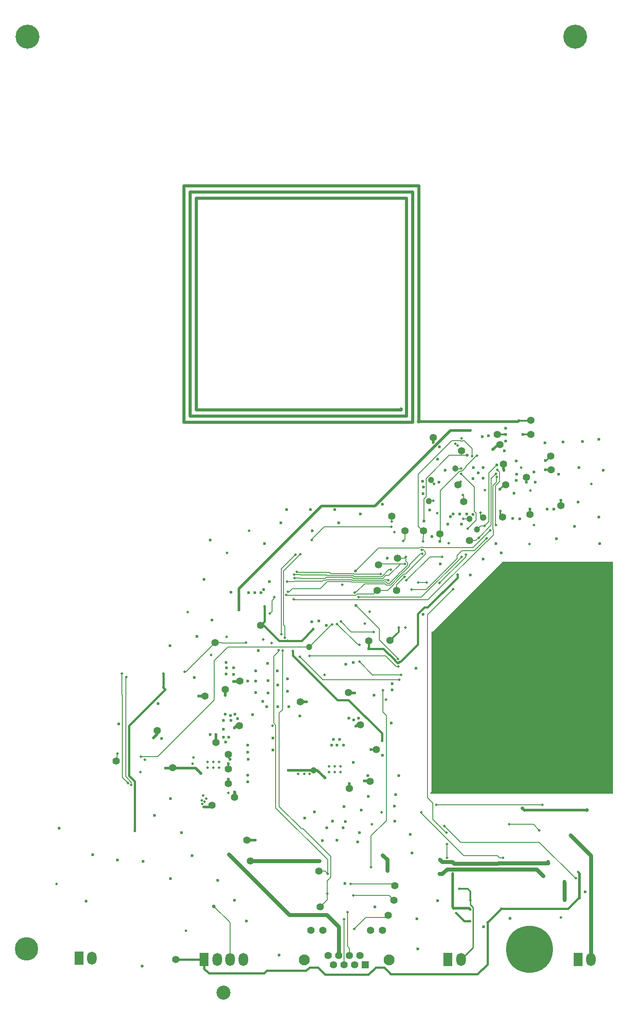
<source format=gbl>
G04 Layer_Physical_Order=4*
G04 Layer_Color=16711680*
%FSLAX25Y25*%
%MOIN*%
G70*
G01*
G75*
%ADD22C,0.05512*%
%ADD58C,0.04724*%
%ADD62C,0.00787*%
%ADD63C,0.00800*%
%ADD64C,0.01496*%
%ADD65C,0.01968*%
%ADD66C,0.02000*%
%ADD67C,0.01181*%
%ADD68C,0.03000*%
%ADD70C,0.01500*%
%ADD71C,0.02362*%
%ADD74C,0.01000*%
%ADD75C,0.01600*%
%ADD90C,0.00050*%
%ADD91C,0.08268*%
%ADD92R,0.05512X0.05512*%
%ADD93C,0.17716*%
%ADD94R,0.07087X0.09842*%
%ADD95O,0.07087X0.09842*%
%ADD96C,0.10630*%
%ADD97C,0.35433*%
%ADD98C,0.02362*%
%ADD99C,0.02800*%
%ADD100C,0.02000*%
%ADD101C,0.01968*%
%ADD113C,0.05118*%
G36*
X560405Y447736D02*
X422838D01*
X422247Y448327D01*
X423527Y449606D01*
Y570177D01*
X424511D01*
X476676Y622342D01*
X476676D01*
X476676Y622342D01*
X476922Y622736D01*
X560405D01*
Y447736D01*
D02*
G37*
D22*
X230416Y323032D02*
D03*
X260226Y561859D02*
D03*
X392115Y563434D02*
D03*
X278533Y499358D02*
D03*
X382385Y601279D02*
D03*
X397936Y625591D02*
D03*
X383369Y620669D02*
D03*
X397247Y601279D02*
D03*
X294295Y574902D02*
D03*
X403546Y646161D02*
D03*
X393409Y657185D02*
D03*
X429629Y643946D02*
D03*
X216525Y495619D02*
D03*
X185521Y472686D02*
D03*
X390653Y356299D02*
D03*
X395180Y367421D02*
D03*
X395672Y378445D02*
D03*
X338291Y389567D02*
D03*
X339373Y362500D02*
D03*
X498428Y729430D02*
D03*
X473133Y718800D02*
D03*
X513685Y692272D02*
D03*
X513586Y702705D02*
D03*
X494983Y686516D02*
D03*
X497838Y658512D02*
D03*
X477937Y696505D02*
D03*
X477071Y656642D02*
D03*
X447838Y668060D02*
D03*
X417326Y646260D02*
D03*
X445968Y706595D02*
D03*
X424807Y716682D02*
D03*
X443409Y681052D02*
D03*
X475102Y711367D02*
D03*
X361505Y452016D02*
D03*
X360816Y524063D02*
D03*
X270265Y477606D02*
D03*
Y455559D02*
D03*
X267706Y526524D02*
D03*
X377254Y457134D02*
D03*
X274694Y445323D02*
D03*
X284045Y412842D02*
D03*
X369773Y500047D02*
D03*
X381683Y481248D02*
D03*
X375974Y563236D02*
D03*
X324301Y517173D02*
D03*
X260915Y486661D02*
D03*
X270265Y466583D02*
D03*
X278926Y532823D02*
D03*
X252352Y521405D02*
D03*
X257666Y439123D02*
D03*
X227942Y467468D02*
D03*
X286761Y397370D02*
D03*
X498428Y718899D02*
D03*
X521165Y665304D02*
D03*
X479531Y680757D02*
D03*
X452070Y638779D02*
D03*
X386558Y345000D02*
D03*
X332542D02*
D03*
X341558D02*
D03*
X377542D02*
D03*
X345456Y325984D02*
D03*
X349472Y318976D02*
D03*
X353487Y325984D02*
D03*
X357503Y318976D02*
D03*
X361519Y325984D02*
D03*
X365535Y318976D02*
D03*
X369550Y325984D02*
D03*
D58*
X331092Y558611D02*
D03*
X452071Y655166D02*
D03*
X421362Y668552D02*
D03*
X423035Y684398D02*
D03*
X441539Y693158D02*
D03*
X334537Y465501D02*
D03*
X457877Y647342D02*
D03*
D62*
X534058Y388799D02*
X535043Y387815D01*
X532090Y384154D02*
X532365D01*
X504924Y411319D02*
X532090Y384154D01*
X420476Y444901D02*
X424511Y440865D01*
Y428543D02*
Y440865D01*
X420476Y582776D02*
X439767Y602067D01*
X420476Y444901D02*
Y582776D01*
X474806Y399705D02*
X477365D01*
X473232Y401279D02*
X474806Y399705D01*
X447838Y401279D02*
X473232D01*
X415850Y433268D02*
X447838Y401279D01*
X389865Y389665D02*
X389964Y389764D01*
X420755Y594079D02*
X465391Y638715D01*
X320098Y594079D02*
X420755D01*
X465391Y638715D02*
X465786D01*
X341243Y533957D02*
X399117D01*
X368409Y596063D02*
X415850D01*
X401972Y638484D02*
X403546Y640059D01*
Y646161D01*
X304432Y594882D02*
Y595866D01*
X304743Y596177D01*
X355023Y577756D02*
X362799Y569980D01*
X383369Y620669D02*
X384058Y621358D01*
X400102D01*
X343820Y608852D02*
X344318Y609350D01*
X341828Y608852D02*
X343820D01*
X341047Y608071D02*
X341828Y608852D01*
X319708Y608071D02*
X341047D01*
X307976Y555118D02*
Y556201D01*
X304419Y551561D02*
X307976Y555118D01*
X311027Y511221D02*
Y555905D01*
X447838Y668060D02*
Y672292D01*
X445476Y683316D02*
Y683316D01*
X443606Y681445D02*
X445476Y683316D01*
X446952Y673178D02*
X447838Y672292D01*
X397247Y601279D02*
Y605512D01*
X403251Y611516D01*
X422346Y626575D02*
X431598D01*
X404334Y608957D02*
X422346Y626575D01*
X316688Y600937D02*
X316688D01*
X319468Y607874D02*
X319490Y607853D01*
X397936Y625591D02*
X403251D01*
X404236Y626575D01*
X316047Y600295D02*
X316688Y600937D01*
X318310Y602559D02*
X339166D01*
X316688Y600937D02*
X318310Y602559D01*
X319490Y607853D02*
X319708Y608071D01*
X481972Y424823D02*
X500377D01*
X504826Y420374D01*
X357484Y318996D02*
Y353248D01*
Y318996D02*
X357503Y318976D01*
X359944Y332776D02*
X361519Y331201D01*
Y325984D02*
Y331201D01*
X362572Y379990D02*
X394127D01*
X395672Y378445D01*
X359944Y332776D02*
Y358661D01*
X364570Y371063D02*
X391539D01*
X395180Y367421D01*
X365161Y345965D02*
X373822Y354626D01*
X388980D01*
X390653Y356299D01*
X338291Y389567D02*
X343113D01*
X344984Y387697D01*
X344688Y367815D02*
Y372638D01*
X339373Y362500D02*
X344688Y367815D01*
X305796Y437252D02*
Y499682D01*
X304419Y501060D02*
X305796Y499682D01*
X304419Y501060D02*
Y551561D01*
X344688Y372638D02*
Y382087D01*
X344984Y387697D02*
Y398065D01*
X305796Y437252D02*
X344984Y398065D01*
X344688Y382087D02*
X347543Y384941D01*
Y400394D01*
X326531Y421405D02*
X347543Y400394D01*
X325372Y421405D02*
X326531D01*
X308566Y438211D02*
X325372Y421405D01*
X308566Y438211D02*
Y508760D01*
X311027Y511221D01*
X192720Y460735D02*
X196854Y456601D01*
X366539Y589764D02*
X383960Y572342D01*
Y563779D02*
Y572342D01*
X352267Y575886D02*
X367720Y560433D01*
X368704D01*
X368999Y547441D02*
X379137Y537303D01*
X323970Y551230D02*
X341047Y534154D01*
X341243Y533957D01*
X379137Y537303D02*
X379236Y537402D01*
X400299D01*
X415850Y433268D02*
Y433760D01*
X433271Y423425D02*
X445377Y411319D01*
X504924D01*
X469869Y680237D02*
X472536Y682904D01*
X467769Y646408D02*
X467917Y646260D01*
X467769Y647096D02*
X468015Y646850D01*
X467769Y646604D02*
X468015Y646850D01*
X467769Y646408D02*
Y646604D01*
X313881Y597835D02*
X314192Y597524D01*
X366177D01*
X319491Y594685D02*
X320098Y594079D01*
X367374Y598721D02*
X379826D01*
X382385Y601279D01*
X366177Y597524D02*
X367374Y598721D01*
X365357Y599606D02*
X365850Y600098D01*
X366932D01*
X372981Y606147D01*
X390161Y609350D02*
X390751Y608957D01*
X387213Y608916D02*
X387648Y609350D01*
X390161D01*
X404236Y623279D02*
X405334Y622180D01*
X404236Y623279D02*
Y626575D01*
X400102Y621358D02*
X403350D01*
X405334Y620193D02*
Y622180D01*
X401267Y612338D02*
X402429Y613500D01*
X398511Y613370D02*
Y613479D01*
X401288Y616256D01*
X401397D01*
X405334Y620193D01*
X393788Y608646D02*
X398511Y613370D01*
X390327Y601279D02*
X401267Y612220D01*
Y612338D01*
X382385Y601279D02*
X390327D01*
X372981Y606147D02*
X388591D01*
X389452Y605287D01*
X399889Y612908D02*
X401859Y614878D01*
X401968D01*
X406712Y619622D01*
Y620587D01*
X415161Y629035D01*
X416440D01*
X402429Y613500D02*
X403711D01*
X344318Y609350D02*
X363384D01*
X363819Y608916D01*
X387213D01*
X393409Y653346D02*
Y657185D01*
Y653346D02*
X393507Y653248D01*
X452070Y638779D02*
X456696D01*
X458960Y641043D01*
X449314Y626702D02*
Y628248D01*
X429517Y606904D02*
X449314Y626702D01*
X446066Y626279D02*
Y626673D01*
X408369Y601772D02*
X419393D01*
X442720Y625098D01*
X415850Y596063D02*
X446066Y626279D01*
X413291Y607185D02*
X413684Y606791D01*
X413980Y607087D02*
X419787D01*
X442720Y625098D02*
Y627658D01*
X446361Y631299D01*
X469869Y647212D02*
X469999Y647082D01*
X469869Y647212D02*
Y680237D01*
X446361Y631299D02*
X455810D01*
X454842Y633480D02*
X467769Y646408D01*
X464964Y640453D02*
Y640699D01*
X455810Y631299D02*
X464964Y640453D01*
X192720Y535580D02*
X193113Y535973D01*
X192720Y460735D02*
Y535580D01*
X189767Y522679D02*
Y538532D01*
X190259Y460138D02*
Y522187D01*
X189767Y522679D02*
X190259Y522187D01*
X196854Y454528D02*
Y456601D01*
X190259Y460138D02*
X194393Y456004D01*
X389373Y427658D02*
Y506791D01*
X362799Y569980D02*
X379728D01*
X426972Y439567D02*
X506893D01*
X506972Y439488D01*
X314570Y607874D02*
X319468D01*
X342424Y649114D02*
X393212D01*
X435141Y399508D02*
Y409350D01*
X465786Y638715D02*
X469999Y642928D01*
Y647082D01*
X331598Y551968D02*
X388783D01*
X396755Y543996D01*
X398330D01*
X383960Y563779D02*
X397989Y549750D01*
Y549681D02*
Y549750D01*
X389452Y605287D02*
X392385D01*
X399889Y612790D01*
Y612908D01*
X311716Y575087D02*
Y615846D01*
X324511Y628642D01*
X309944Y568209D02*
Y617421D01*
X320771Y628248D01*
X311716Y575087D02*
X312700Y574103D01*
Y565650D02*
Y574103D01*
X386716Y509449D02*
Y525787D01*
Y509449D02*
X389373Y506791D01*
X403711Y613500D02*
X418802Y628591D01*
Y630315D01*
X366047Y615846D02*
X383369Y633169D01*
X414028D01*
X416145Y631791D02*
X417326D01*
X417262Y633480D02*
X454842D01*
X417326Y631791D02*
X418802Y630315D01*
X414028Y633169D02*
X414339Y633480D01*
X415028D01*
X415323Y633776D01*
X416967D01*
X417262Y633480D01*
X472536Y682904D02*
Y686909D01*
X413684Y606791D02*
X413980Y607087D01*
X332779Y639468D02*
X342424Y649114D01*
X424511Y428543D02*
X434747Y418307D01*
X435141Y409350D02*
X435535Y409744D01*
X271460Y322835D02*
Y350787D01*
X259255Y362992D02*
X271460Y350787D01*
X259255Y362992D02*
Y362992D01*
X377857Y416142D02*
X389373Y427658D01*
X377857Y392618D02*
Y416142D01*
D63*
X321854Y614961D02*
X346361D01*
X445869Y703197D02*
X450496D01*
X444885D02*
X445869D01*
X302956Y593405D02*
X304432Y594882D01*
X302956Y585367D02*
Y593405D01*
X348048Y575568D02*
X348282D01*
X331092Y558611D02*
X348048Y575568D01*
X339559Y602559D02*
X344874Y607874D01*
X343246Y610297D02*
X344046Y611097D01*
X343944Y612949D02*
X344406Y612487D01*
X346361Y614961D02*
X347444Y613878D01*
X324643Y612949D02*
X343944D01*
X339166Y602559D02*
X339559D01*
X324643Y612949D02*
X324763Y613069D01*
X324874Y610236D02*
X343246D01*
X436913Y703197D02*
X445869Y703197D01*
X419397Y685681D02*
X436913Y703197D01*
X445869Y703197D02*
Y704674D01*
X444755Y691264D02*
X444755D01*
X237095Y539812D02*
X238178D01*
X260226Y561859D01*
X265208D01*
X457483Y703000D02*
X457877D01*
X449511Y695028D02*
X457483Y703000D01*
X444755Y691264D02*
X444845Y691173D01*
X417818Y670126D02*
X419586Y671894D01*
Y680168D01*
X419397Y680358D02*
Y685681D01*
Y680358D02*
X419586Y680168D01*
X413291Y649654D02*
Y688749D01*
X438665Y714123D02*
X445341D01*
X413291Y688749D02*
X438665Y714123D01*
X447186D02*
X448133D01*
X447081Y714018D02*
X447186Y714123D01*
X445445Y714018D02*
X447081D01*
X445341Y714123D02*
X445445Y714018D01*
X453940Y702705D02*
Y708316D01*
X448133Y714123D02*
X453940Y708316D01*
X417818Y653689D02*
Y670126D01*
X441539Y693158D02*
X441539Y693158D01*
X423133Y683709D02*
X425299Y681544D01*
X460436Y657529D02*
Y659891D01*
X424610Y668453D02*
X424905Y668749D01*
X420870Y668650D02*
X420968Y668749D01*
X442941Y692863D02*
X444566D01*
X259438Y518552D02*
Y548178D01*
X269871Y558611D01*
X442646Y693158D02*
X442941Y692863D01*
X441539Y693158D02*
X442646D01*
X444566Y692863D02*
X444861Y693158D01*
X444871Y693148D01*
X445663D01*
X445476Y689517D02*
X445690D01*
X445762Y689445D01*
X445476Y689517D02*
X445762Y689230D01*
Y689112D02*
Y689230D01*
Y689445D01*
X301495Y583906D02*
X302956Y585367D01*
X346349Y614973D02*
X346361Y614961D01*
X185766Y474851D02*
X186013Y475098D01*
X323024Y558611D02*
X323096Y558683D01*
X324745D01*
X324817Y558611D01*
X331092D01*
X269871D02*
X323024D01*
X466736Y689812D02*
X472740Y695816D01*
X471657Y650934D02*
X471768Y651045D01*
Y680178D01*
X474905Y683315D01*
Y690501D01*
X473035Y692371D02*
X474905Y690501D01*
X468485Y685655D02*
X472200Y689370D01*
X384544Y613478D02*
X384550Y613484D01*
X457096Y654141D02*
Y659609D01*
X455824Y660881D02*
X457096Y659609D01*
X447444Y655166D02*
X448134D01*
X448134Y655166D01*
X452071D01*
X460386Y649851D02*
X463437D01*
X466736Y653150D01*
Y689812D01*
X457877Y647342D02*
X460386Y649851D01*
X388822Y607874D02*
X390025Y606671D01*
X387787Y607531D02*
X388129Y607874D01*
X388822D01*
X390025Y606671D02*
X391812D01*
X393788Y608646D01*
X386064Y611691D02*
X391204Y616831D01*
X392720D01*
X386640Y610300D02*
X388840Y612500D01*
X391243D01*
X400102Y621358D01*
X344874Y607874D02*
X362903D01*
X363245Y607531D01*
X387787D01*
X344046Y611097D02*
X363595D01*
X364392Y610300D01*
X386640D01*
X344406Y612487D02*
X364171D01*
X364968Y611691D01*
X386064D01*
X347444Y613878D02*
X364747D01*
X365147Y613478D01*
X384544D01*
X417326Y641732D02*
Y645619D01*
X417228Y638386D02*
Y641634D01*
X417326Y641732D01*
X468485Y650568D02*
Y685655D01*
X458960Y641043D02*
X468485Y650568D01*
X216894Y476008D02*
X259438Y518552D01*
X204223Y476008D02*
X216894D01*
X283250Y561655D02*
X283454Y561859D01*
X265208D02*
X265412Y561655D01*
X283250D01*
X319737Y613069D02*
X324763D01*
X320152Y610433D02*
X324874D01*
X429728Y638335D02*
X430023Y638630D01*
Y676532D02*
X444755Y691264D01*
X450889Y647933D02*
X457096Y654141D01*
X455824Y660881D02*
Y679168D01*
X446481Y691173D02*
X449511Y694203D01*
X444845Y691173D02*
X446481D01*
X449511Y694203D02*
Y695028D01*
X422641Y683709D02*
X423133D01*
X186013Y475098D02*
Y478099D01*
X445762Y689230D02*
X455824Y679168D01*
X460436Y657529D02*
X462405Y655560D01*
X413291Y649654D02*
X417326Y645619D01*
X430023Y638630D02*
Y676532D01*
X445869Y704674D02*
X447076Y705880D01*
X420968Y668749D02*
X424905D01*
D64*
X489471Y729331D02*
X498328D01*
X495082Y682823D02*
X495082Y682824D01*
X497838Y658020D02*
X497838Y658020D01*
X510043Y699162D02*
X513586Y702705D01*
X509551Y699162D02*
X510043D01*
X509452Y692272D02*
X513685D01*
X520968Y669142D02*
X520968Y669142D01*
X492521Y718799D02*
X492523Y718800D01*
X496952D01*
X473134Y718799D02*
X479431D01*
X475299Y658414D02*
Y661367D01*
Y658414D02*
X477071Y656642D01*
X475201Y677409D02*
X478548Y680757D01*
X479531D01*
X452745Y367568D02*
X452844Y367666D01*
Y374162D01*
X444491Y376279D02*
X450726D01*
X452844Y374162D01*
X520968Y664812D02*
Y669142D01*
X497838Y658020D02*
Y662548D01*
X495082Y682824D02*
Y687154D01*
D65*
X380920Y665059D02*
X437661Y721800D01*
X439428Y362283D02*
X440147Y361564D01*
X439428Y362283D02*
Y387763D01*
X440147Y361564D02*
X451761D01*
X440147Y361269D02*
Y361564D01*
X337253Y465598D02*
X343080Y459771D01*
X361012Y523867D02*
X365442D01*
X360816Y524063D02*
X361012Y523867D01*
X477937Y692469D02*
X477956Y692450D01*
X324301Y517173D02*
X329222D01*
X247726Y521405D02*
X252352D01*
X245363Y467272D02*
X249498Y463138D01*
X477937Y692469D02*
Y696505D01*
X276565Y499358D02*
X278533D01*
X274891Y497685D02*
X276565Y499358D01*
X270265Y455559D02*
Y458905D01*
X367631Y500047D02*
X369773D01*
X366586Y499002D02*
X367631Y500047D01*
X361407Y452114D02*
X361505Y452016D01*
X361407Y452114D02*
Y455559D01*
X372923Y457527D02*
X376860D01*
X274399Y532724D02*
X278533D01*
X267706Y521996D02*
Y526523D01*
X260915Y486661D02*
Y492468D01*
X469787Y707429D02*
X473725Y711367D01*
X429074Y682760D02*
Y682857D01*
X284045Y412842D02*
X290442D01*
X260915Y492468D02*
X260915Y492468D01*
X424807Y715500D02*
X424807Y715500D01*
X424807Y712843D02*
Y715500D01*
X437661Y721800D02*
X452759D01*
X216525Y492962D02*
Y495619D01*
X213375Y489812D02*
X216525Y492962D01*
X451761Y361564D02*
X452647Y360678D01*
Y360481D02*
Y360678D01*
X440147Y361269D02*
X440147Y361269D01*
X473725Y711367D02*
X475102D01*
X476086D01*
X477956Y691583D02*
Y692450D01*
X251480Y437894D02*
X256143D01*
X257765Y439516D01*
X222922Y467272D02*
X245363D01*
X315541Y465598D02*
X337253D01*
D66*
X523625Y381594D02*
Y381693D01*
X523330Y381299D02*
X523625Y381594D01*
X523330Y381299D02*
X523625Y381004D01*
X535043Y369193D02*
Y387815D01*
X340554Y665059D02*
X380920D01*
X277973Y602478D02*
X340554Y665059D01*
X277973Y586417D02*
Y602478D01*
X493743Y435433D02*
X540653D01*
X491972Y437008D02*
X493645Y435335D01*
X413684Y728543D02*
X488683D01*
X489175Y729035D01*
X493645Y435335D02*
X493743Y435433D01*
D67*
X377844Y481149D02*
X380600D01*
X270363Y474949D02*
X271545Y473768D01*
X270167Y470618D02*
X270167Y470618D01*
X270167Y467272D02*
Y470618D01*
X398710Y570029D02*
Y573276D01*
X392115Y563434D02*
X398710Y570029D01*
X270363Y474949D02*
Y477606D01*
D68*
X523625Y368209D02*
Y381004D01*
Y368209D02*
X523822Y368012D01*
X543802Y323031D02*
Y401280D01*
X528546Y416536D02*
X543802Y401280D01*
X434951Y390854D02*
X502850D01*
X431598Y387500D02*
X434951Y390854D01*
X429432Y387500D02*
X431598D01*
X502850Y390854D02*
X507779Y385925D01*
X431539Y396417D02*
X439216D01*
X429629Y398327D02*
X431539Y396417D01*
X440328Y395374D02*
X473585D01*
X440294Y395339D02*
X440328Y395374D01*
X439216Y396417D02*
X440294Y395339D01*
X473585Y395374D02*
X473782Y395571D01*
X389964Y389764D02*
Y398079D01*
X386519Y401523D02*
X389964Y398079D01*
X291762Y397370D02*
X338854D01*
X344393Y356693D02*
X353487Y347598D01*
X316179Y356693D02*
X344393D01*
X270560Y402312D02*
X316179Y356693D01*
X353487Y325984D02*
Y347598D01*
X288041Y397370D02*
X291762D01*
X473782Y395571D02*
X511420D01*
D70*
X418212Y588583D02*
X420574D01*
X294295Y574902D02*
X297346Y577953D01*
Y589272D01*
X375974Y557134D02*
Y563236D01*
X294295Y574902D02*
X296854D01*
X386125Y487992D02*
Y493405D01*
X360830Y518701D02*
X386125Y493405D01*
X352464Y518701D02*
X360830D01*
X318901Y552264D02*
X352464Y518701D01*
X318901Y552264D02*
Y555610D01*
X375974Y557134D02*
X387259D01*
X413094Y583465D02*
X418212Y588583D01*
X398380Y546654D02*
X399266Y547539D01*
X387259Y557134D02*
X395648Y548744D01*
Y548711D02*
Y548744D01*
Y548711D02*
X397706Y546654D01*
X398380D01*
X399266Y547539D02*
X400200D01*
X413094Y560433D01*
Y583465D01*
X420574Y588583D02*
X443015Y611024D01*
Y613189D01*
X296854Y574902D02*
X308446Y563309D01*
X325320D02*
X334157Y572146D01*
X308446Y563309D02*
X325320D01*
D71*
X245889Y737693D02*
X400389D01*
X245889D02*
Y897193D01*
X241145Y732972D02*
X404389D01*
Y897193D01*
X241145Y732972D02*
Y901870D01*
X245889Y897193D02*
X404389D01*
X413636Y729193D02*
Y906693D01*
X236420D02*
X413636D01*
X241145Y901870D02*
X409036D01*
X274694Y445323D02*
Y449161D01*
X409036Y728248D02*
Y901870D01*
X236420Y728248D02*
Y906693D01*
Y728248D02*
X409036D01*
D74*
X454737Y331801D02*
Y362293D01*
X445771Y322835D02*
X454737Y331801D01*
X452745Y364285D02*
X454737Y362293D01*
X452745Y364285D02*
Y367568D01*
D75*
X251775Y316043D02*
Y322835D01*
X230416Y323032D02*
X251578D01*
X251775Y322835D01*
X220869Y528248D02*
X222543Y526575D01*
X222335D02*
X222543D01*
X194983Y499224D02*
X222335Y526575D01*
X194983Y461614D02*
Y499224D01*
X199413Y419783D02*
Y457185D01*
X194983Y461614D02*
X199413Y457185D01*
X251775Y316043D02*
X255318Y312500D01*
X297050D01*
X299019Y314469D01*
X392437Y311910D02*
Y312243D01*
Y311910D02*
X458271D01*
X343263Y311417D02*
X375838D01*
X299019Y314469D02*
X328889D01*
X221209Y528587D02*
Y538558D01*
X220869Y528248D02*
X221209Y528587D01*
X458271Y311910D02*
X465751Y319390D01*
Y350787D01*
X448021Y351969D02*
X452365D01*
X442115Y357874D02*
X448021Y351969D01*
X465751Y350787D02*
X476184Y361221D01*
X526480D01*
X337817Y316863D02*
X343263Y311417D01*
X328889Y314469D02*
X331284Y316863D01*
X337817D01*
X387653Y317028D02*
X392437Y312243D01*
X375838Y311417D02*
X381448Y317028D01*
X387653D01*
X526480Y361221D02*
X534452Y369193D01*
X535043D01*
D90*
X127365Y1018898D02*
G03*
X127365Y1018898I-8858J0D01*
G01*
X540751D02*
G03*
X540751Y1018898I-8858J0D01*
G01*
X531893D02*
X541145D01*
X118507D02*
X127759D01*
X109255D02*
X118507D01*
X522641D02*
X531893D01*
Y1028150D01*
Y1009646D02*
Y1018898D01*
X118507D02*
Y1028150D01*
Y1009646D02*
Y1018898D01*
D91*
X327542Y322480D02*
D03*
X391558D02*
D03*
D92*
X373566Y318976D02*
D03*
D93*
X531893Y1018898D02*
D03*
X118507D02*
D03*
X117917Y330807D02*
D03*
D94*
X157385Y324016D02*
D03*
X435928Y322835D02*
D03*
X251775D02*
D03*
X533960Y323031D02*
D03*
D95*
X167228Y324016D02*
D03*
X445771Y322835D02*
D03*
X261617D02*
D03*
X271460D02*
D03*
X281302D02*
D03*
X543802Y323031D02*
D03*
D96*
X266539Y297933D02*
D03*
D97*
X497346Y330610D02*
D03*
D98*
X430121Y621358D02*
D03*
X539472Y373799D02*
D03*
X546460Y512894D02*
D03*
X475889Y595965D02*
D03*
X500102Y485827D02*
D03*
Y477756D02*
D03*
X479531Y486122D02*
D03*
X509058Y499902D02*
D03*
X479334Y493110D02*
D03*
X425692Y540551D02*
D03*
X431598Y536122D02*
D03*
X425791Y530512D02*
D03*
X431795Y525197D02*
D03*
X425791Y519783D02*
D03*
X425987Y509154D02*
D03*
X431204Y504528D02*
D03*
X426086Y499114D02*
D03*
X431598Y494488D02*
D03*
X426086Y488386D02*
D03*
X431893Y482874D02*
D03*
X425987Y475295D02*
D03*
X431499Y470374D02*
D03*
X426086Y465256D02*
D03*
X431598Y449803D02*
D03*
X534846Y522146D02*
D03*
X554039Y462402D02*
D03*
X553842Y471850D02*
D03*
X553546Y489961D02*
D03*
X553645Y500394D02*
D03*
Y479823D02*
D03*
X533566Y511614D02*
D03*
X538881Y461122D02*
D03*
X539078Y472835D02*
D03*
X533665Y467717D02*
D03*
Y456988D02*
D03*
X533566Y477756D02*
D03*
X539176Y452264D02*
D03*
X539472Y485335D02*
D03*
X539176Y496949D02*
D03*
X538783Y506988D02*
D03*
X533665Y501575D02*
D03*
Y490846D02*
D03*
X539373Y527658D02*
D03*
X484550Y551181D02*
D03*
X449905Y454646D02*
D03*
X444393Y470098D02*
D03*
X449806Y475217D02*
D03*
X444295Y480138D02*
D03*
X450200Y487717D02*
D03*
X449905Y499331D02*
D03*
X444393Y503957D02*
D03*
X449511Y509370D02*
D03*
X444295Y513996D02*
D03*
X449905Y519213D02*
D03*
X444098Y524626D02*
D03*
X450102Y530039D02*
D03*
X444098Y535354D02*
D03*
X451184Y554724D02*
D03*
X443999Y545394D02*
D03*
X449610Y463504D02*
D03*
X444393Y459370D02*
D03*
X459747Y521949D02*
D03*
X468606Y522244D02*
D03*
X480318Y522047D02*
D03*
X492818Y521654D02*
D03*
X504432Y521949D02*
D03*
X514472Y522342D02*
D03*
X524314Y521949D02*
D03*
X546066D02*
D03*
X464472Y527461D02*
D03*
X475200D02*
D03*
X485239Y527559D02*
D03*
X498330Y527461D02*
D03*
X509058D02*
D03*
X519098Y527559D02*
D03*
X529728Y527756D02*
D03*
X550495Y527854D02*
D03*
X545673Y537795D02*
D03*
X534747Y537598D02*
D03*
X523920Y537795D02*
D03*
X514078Y538189D02*
D03*
X504039Y537795D02*
D03*
X492424Y537500D02*
D03*
X479924Y537894D02*
D03*
X455712Y537795D02*
D03*
X464078Y543307D02*
D03*
X474806D02*
D03*
X484846Y543405D02*
D03*
X497936Y543307D02*
D03*
X508665D02*
D03*
X518704Y543405D02*
D03*
X529334Y543602D02*
D03*
X540062D02*
D03*
X550102Y543701D02*
D03*
X496755Y551476D02*
D03*
X472543Y552067D02*
D03*
X463684Y551772D02*
D03*
X468409Y557283D02*
D03*
X479137D02*
D03*
X489176Y557382D02*
D03*
X502267Y557283D02*
D03*
X508369Y551772D02*
D03*
X512995Y557283D02*
D03*
X518409Y552165D02*
D03*
X528251Y551772D02*
D03*
X523035Y557382D02*
D03*
X533665Y557579D02*
D03*
X539078Y551575D02*
D03*
X544393Y557579D02*
D03*
X554432Y557677D02*
D03*
X508369Y566339D02*
D03*
X468409Y571850D02*
D03*
X472543Y566634D02*
D03*
X484255Y566437D02*
D03*
X479137Y571850D02*
D03*
X489176Y571949D02*
D03*
X496755Y566043D02*
D03*
X502267Y571850D02*
D03*
X512995D02*
D03*
X518409Y566732D02*
D03*
X550003Y566339D02*
D03*
X554432Y572244D02*
D03*
X544393Y572146D02*
D03*
X539078Y566142D02*
D03*
X533665Y572146D02*
D03*
X523035Y571949D02*
D03*
X528251Y566339D02*
D03*
X554924Y587402D02*
D03*
X472739Y581201D02*
D03*
X484452Y581004D02*
D03*
X479334Y586417D02*
D03*
X489373Y586516D02*
D03*
X496952Y580610D02*
D03*
X508566Y580905D02*
D03*
X518606Y581299D02*
D03*
X523232Y586516D02*
D03*
X513192Y586417D02*
D03*
X502464D02*
D03*
X533861Y586713D02*
D03*
X528448Y580905D02*
D03*
X539275Y580709D02*
D03*
X544590Y586713D02*
D03*
X550200Y580905D02*
D03*
X465948Y596457D02*
D03*
X487602Y595768D02*
D03*
X500102Y595374D02*
D03*
X511716Y595669D02*
D03*
X521755Y596063D02*
D03*
X531598Y595669D02*
D03*
X542424Y595472D02*
D03*
X553350Y595669D02*
D03*
X482483Y601181D02*
D03*
X492523Y601279D02*
D03*
X505613Y601181D02*
D03*
X516342D02*
D03*
X526381Y601279D02*
D03*
X537011Y601476D02*
D03*
X490259Y510532D02*
D03*
X479531D02*
D03*
X509354Y477756D02*
D03*
X509058Y485827D02*
D03*
X488881Y477953D02*
D03*
X509354Y492913D02*
D03*
X489078Y486122D02*
D03*
X479531Y477953D02*
D03*
X479334Y500197D02*
D03*
X500299Y493110D02*
D03*
X489669Y500394D02*
D03*
Y493110D02*
D03*
X500299Y499902D02*
D03*
X475200Y608661D02*
D03*
X486913Y608465D02*
D03*
X481795Y613878D02*
D03*
X471066D02*
D03*
X491834Y613976D02*
D03*
X466342Y608366D02*
D03*
X499413Y608071D02*
D03*
X511027Y608366D02*
D03*
X521066Y608760D02*
D03*
X525692Y613976D02*
D03*
X515653Y613878D02*
D03*
X504924D02*
D03*
X536322Y614173D02*
D03*
X530909Y608366D02*
D03*
X541736Y608169D02*
D03*
X547050Y614173D02*
D03*
X552661Y608366D02*
D03*
X557090Y614272D02*
D03*
X489471Y729331D02*
D03*
X377844Y481149D02*
D03*
X357582Y438091D02*
D03*
X393901Y531004D02*
D03*
X300200Y533071D02*
D03*
X307076Y540401D02*
D03*
X390259Y625591D02*
D03*
X300987Y607776D02*
D03*
X277973Y586417D02*
D03*
X299905Y546161D02*
D03*
X187503Y500394D02*
D03*
X417217Y674347D02*
D03*
X534255Y667765D02*
D03*
X365442Y523867D02*
D03*
X324202Y506544D02*
D03*
X303631Y481052D02*
D03*
Y489812D02*
D03*
X288572Y507627D02*
D03*
X327857Y429528D02*
D03*
X398625Y461713D02*
D03*
X367917Y411713D02*
D03*
X341131Y412645D02*
D03*
X186322Y397835D02*
D03*
X296263Y517717D02*
D03*
X291762Y397370D02*
D03*
X423822Y641977D02*
D03*
X251676Y609547D02*
D03*
X369885Y658858D02*
D03*
X292804Y555757D02*
D03*
X344098Y575000D02*
D03*
X333271Y577658D02*
D03*
X358172Y380118D02*
D03*
X333566Y646358D02*
D03*
X417228Y583366D02*
D03*
X487700Y688926D02*
D03*
X487602Y698768D02*
D03*
X487582Y684202D02*
D03*
X331991Y662303D02*
D03*
X364458Y546899D02*
D03*
X257877Y579035D02*
D03*
X314078Y662205D02*
D03*
X537503Y713583D02*
D03*
X308468Y326279D02*
D03*
X386519Y666339D02*
D03*
X485830Y674654D02*
D03*
X380810Y362598D02*
D03*
X219787Y489468D02*
D03*
X552956Y692028D02*
D03*
X274806Y367717D02*
D03*
X462306Y624803D02*
D03*
X350495Y662205D02*
D03*
X452759Y612894D02*
D03*
X162897Y366929D02*
D03*
X225987Y559547D02*
D03*
X297543Y636417D02*
D03*
X205023Y318012D02*
D03*
X482877Y353839D02*
D03*
X412503Y353543D02*
D03*
X534649Y693799D02*
D03*
X283665Y351772D02*
D03*
X205613Y396949D02*
D03*
X519393Y689024D02*
D03*
X522838Y713091D02*
D03*
X167720Y401968D02*
D03*
X395771Y427362D02*
D03*
X214472Y431595D02*
D03*
X358665Y545571D02*
D03*
X509058Y712598D02*
D03*
X242818Y401378D02*
D03*
X500791Y690402D02*
D03*
X411814Y542717D02*
D03*
X348612Y427212D02*
D03*
X393704Y526378D02*
D03*
X416834Y683563D02*
D03*
X475987Y629626D02*
D03*
X472050Y636417D02*
D03*
X435922Y651130D02*
D03*
X262011Y382480D02*
D03*
X549905Y656643D02*
D03*
X417818Y653689D02*
D03*
X444787Y658808D02*
D03*
X439866Y659004D02*
D03*
X437799Y656937D02*
D03*
X427956Y700343D02*
D03*
X450496Y703197D02*
D03*
X452759Y721800D02*
D03*
X296742Y601917D02*
D03*
X294751Y599434D02*
D03*
X289944Y599463D02*
D03*
X285325Y599457D02*
D03*
X329222Y517173D02*
D03*
X247726Y521405D02*
D03*
X249498Y463138D02*
D03*
X267706Y507823D02*
D03*
X275186Y507921D02*
D03*
X495082Y682823D02*
D03*
X497838Y662548D02*
D03*
X509551Y699162D02*
D03*
X509452Y692272D02*
D03*
X520968Y669142D02*
D03*
X479431Y718799D02*
D03*
X479432Y713879D02*
D03*
X478448Y706543D02*
D03*
X466539Y717815D02*
D03*
X461618Y717272D02*
D03*
X510929Y662646D02*
D03*
X515751Y662548D02*
D03*
X501775Y683020D02*
D03*
X490063Y655363D02*
D03*
X484747Y655462D02*
D03*
X271545Y473768D02*
D03*
X274891Y497685D02*
D03*
X274694Y449161D02*
D03*
X270265Y458905D02*
D03*
X222922Y467272D02*
D03*
X366586Y499002D02*
D03*
X361407Y455559D02*
D03*
X386406Y477016D02*
D03*
X372923Y457527D02*
D03*
X364360Y471504D02*
D03*
X375384Y461562D02*
D03*
X234846Y418504D02*
D03*
X428153Y367323D02*
D03*
X407483Y417323D02*
D03*
X344478Y422095D02*
D03*
X356781Y422291D02*
D03*
X352168Y412992D02*
D03*
X358356Y427016D02*
D03*
X361014Y504772D02*
D03*
X368494D02*
D03*
X343080Y459771D02*
D03*
X315541Y465598D02*
D03*
X284834Y462018D02*
D03*
X284734Y457035D02*
D03*
X285029Y473866D02*
D03*
X284734Y479378D02*
D03*
X284931Y484595D02*
D03*
X270167Y470618D02*
D03*
X268395Y538335D02*
D03*
X274104Y532724D02*
D03*
X274005Y537842D02*
D03*
X268690Y542764D02*
D03*
X274005Y542862D02*
D03*
X307287Y529921D02*
D03*
X315738Y513531D02*
D03*
X299104D02*
D03*
X314753Y534693D02*
D03*
X268494Y546898D02*
D03*
X479333Y723622D02*
D03*
X492521Y718799D02*
D03*
X469787Y707429D02*
D03*
X429074Y682857D02*
D03*
X433861Y691878D02*
D03*
X475201Y677409D02*
D03*
X290442Y412842D02*
D03*
X290751Y524213D02*
D03*
X284832Y532921D02*
D03*
X290751Y540650D02*
D03*
X268100Y486957D02*
D03*
X266427Y490401D02*
D03*
X270364D02*
D03*
X266525Y503295D02*
D03*
X266427Y496405D02*
D03*
X272234Y503295D02*
D03*
X277155Y504476D02*
D03*
X348021Y484398D02*
D03*
X352253D02*
D03*
X356978D02*
D03*
X393212Y501181D02*
D03*
X364655Y503394D02*
D03*
X300200Y523917D02*
D03*
X290850Y532972D02*
D03*
X307470Y513433D02*
D03*
X314865Y525295D02*
D03*
X335226Y434299D02*
D03*
X369196Y418504D02*
D03*
X462503Y685776D02*
D03*
Y693847D02*
D03*
X455023D02*
D03*
X458763Y689812D02*
D03*
X454925Y685678D02*
D03*
X375974Y557134D02*
D03*
X271643Y507035D02*
D03*
X309649Y652067D02*
D03*
X396558Y447244D02*
D03*
X531401Y649705D02*
D03*
X550594Y636417D02*
D03*
X413094Y331004D02*
D03*
X256401Y639370D02*
D03*
X260915Y492468D02*
D03*
X256486Y492468D02*
D03*
X244393Y535532D02*
D03*
X424807Y712843D02*
D03*
X429324Y709487D02*
D03*
X549806Y715256D02*
D03*
X517818Y640256D02*
D03*
X272149Y600000D02*
D03*
X246460Y566634D02*
D03*
X395574Y438583D02*
D03*
X375679Y445815D02*
D03*
X366539Y589764D02*
D03*
X353448Y652362D02*
D03*
X472740Y695816D02*
D03*
X454925Y658709D02*
D03*
X445988Y651130D02*
D03*
X429728Y638335D02*
D03*
X366047Y615846D02*
D03*
X422247Y662008D02*
D03*
X217228Y515993D02*
D03*
X450058Y659036D02*
D03*
X338439Y578225D02*
D03*
X463684Y566339D02*
D03*
X471165Y602264D02*
D03*
X468606Y586417D02*
D03*
X463881Y580905D02*
D03*
X556991Y601476D02*
D03*
X547739D02*
D03*
X426086Y454528D02*
D03*
X431106Y458760D02*
D03*
X444393Y493228D02*
D03*
X432287Y514370D02*
D03*
X469885Y537894D02*
D03*
X226564Y444338D02*
D03*
X142523Y422047D02*
D03*
X462897Y347539D02*
D03*
X417414Y679269D02*
D03*
X226283Y383957D02*
D03*
X408665Y403150D02*
D03*
X370279Y435433D02*
D03*
X380220Y522244D02*
D03*
X353940Y488878D02*
D03*
X349301Y488906D02*
D03*
D99*
X523822Y368012D02*
D03*
X523625Y381693D02*
D03*
X528546Y416536D02*
D03*
X400397Y737795D02*
D03*
X413684Y728543D02*
D03*
X511420Y396555D02*
D03*
X429432Y387500D02*
D03*
X429629Y398327D02*
D03*
X540653Y435433D02*
D03*
X491972Y437008D02*
D03*
X259255Y362992D02*
D03*
D100*
X534058Y388799D02*
D03*
X532365Y384154D02*
D03*
X507779Y385925D02*
D03*
X477365Y399705D02*
D03*
X439428Y387763D02*
D03*
X389865Y389665D02*
D03*
X386519Y401523D02*
D03*
X399117Y533957D02*
D03*
X368409Y596063D02*
D03*
X376662Y585186D02*
D03*
X535043Y369193D02*
D03*
X338854Y397370D02*
D03*
X401972Y638484D02*
D03*
X297346Y589272D02*
D03*
X304743Y596177D02*
D03*
X348282Y575568D02*
D03*
X463437Y649851D02*
D03*
X313881Y597835D02*
D03*
X307976Y556201D02*
D03*
X311027Y555905D02*
D03*
X315209Y600175D02*
D03*
X237095Y539812D02*
D03*
X283454Y561859D02*
D03*
X445762Y689112D02*
D03*
X457877Y703000D02*
D03*
X270560Y402312D02*
D03*
X213375Y489812D02*
D03*
X398710Y573276D02*
D03*
X301495Y583906D02*
D03*
X452745Y367568D02*
D03*
X452647Y360481D02*
D03*
X392720Y616831D02*
D03*
X403251Y611516D02*
D03*
X385239Y613681D02*
D03*
X404236Y626575D02*
D03*
X431598D02*
D03*
X404334Y608957D02*
D03*
X344984Y387697D02*
D03*
X481972Y424823D02*
D03*
X504826Y420374D02*
D03*
X357484Y353248D02*
D03*
X362572Y379990D02*
D03*
X364570Y371063D02*
D03*
X359944Y358661D02*
D03*
X365161Y345965D02*
D03*
X344688Y372638D02*
D03*
X186407Y478099D02*
D03*
X204223Y476008D02*
D03*
X206978Y473572D02*
D03*
X355023Y577756D02*
D03*
X352267Y575886D02*
D03*
X506972Y439488D02*
D03*
X368999Y560138D02*
D03*
Y547441D02*
D03*
X331598Y551968D02*
D03*
X398330Y543996D02*
D03*
X323970Y551230D02*
D03*
X400299Y537402D02*
D03*
X415850Y433760D02*
D03*
X433271Y423425D02*
D03*
X319491Y594685D02*
D03*
X472697Y686794D02*
D03*
X471952Y650591D02*
D03*
X467769Y646408D02*
D03*
X365357Y599606D02*
D03*
X390751Y608957D02*
D03*
X403350Y621358D02*
D03*
X416440Y629035D02*
D03*
X393507Y653248D02*
D03*
X446066Y626673D02*
D03*
X458960Y641043D02*
D03*
X449314Y628248D02*
D03*
X413291Y607185D02*
D03*
X429517Y606904D02*
D03*
X408369Y601772D02*
D03*
X419787Y607087D02*
D03*
X464964Y640699D02*
D03*
X222543Y526575D02*
D03*
X193113Y535973D02*
D03*
X189767Y538532D02*
D03*
X196854Y454528D02*
D03*
X194393Y456004D02*
D03*
X199413Y419783D02*
D03*
X379728Y569980D02*
D03*
X439767Y602067D02*
D03*
X426972Y439567D02*
D03*
X320771Y628248D02*
D03*
X324511Y628642D02*
D03*
X321854Y615354D02*
D03*
X319737Y613069D02*
D03*
X320152Y610433D02*
D03*
X314570Y607874D02*
D03*
X393212Y649114D02*
D03*
X333172Y639272D02*
D03*
X435043Y409842D02*
D03*
X434747Y418701D02*
D03*
X334157Y572146D02*
D03*
X444491Y376279D02*
D03*
X386125Y487992D02*
D03*
X318901Y555610D02*
D03*
X314767Y563386D02*
D03*
X435141Y399508D02*
D03*
X427857Y659547D02*
D03*
X397989Y549681D02*
D03*
X443015Y613189D02*
D03*
X309944Y568209D02*
D03*
X312700Y565650D02*
D03*
X386716Y525787D02*
D03*
X436420Y636811D02*
D03*
X377857Y392618D02*
D03*
X221209Y538558D02*
D03*
X416145Y631791D02*
D03*
X442115Y357874D02*
D03*
X452365Y351969D02*
D03*
X465751Y350787D02*
D03*
X476184Y361221D02*
D03*
D101*
X342818Y537697D02*
D03*
X389078Y518898D02*
D03*
X296446Y564122D02*
D03*
X243001Y470519D02*
D03*
X243690Y475146D02*
D03*
X203631Y464221D02*
D03*
X331584Y462744D02*
D03*
X327450Y462842D02*
D03*
X322726Y462941D02*
D03*
X269970Y448669D02*
D03*
X257174Y552706D02*
D03*
X491244Y693847D02*
D03*
X446263Y715993D02*
D03*
X453940Y702705D02*
D03*
X441342Y711957D02*
D03*
X498232Y676623D02*
D03*
X497346Y636122D02*
D03*
X544098Y681398D02*
D03*
X239275Y585039D02*
D03*
X443114Y710481D02*
D03*
X267706Y521996D02*
D03*
X475299Y661367D02*
D03*
X425299Y681544D02*
D03*
X460436Y659891D02*
D03*
X424905Y668749D02*
D03*
X445476Y683316D02*
D03*
X463783Y676918D02*
D03*
X395377Y645276D02*
D03*
X238094Y344587D02*
D03*
X269098Y629626D02*
D03*
X268789Y566190D02*
D03*
X285732Y646161D02*
D03*
X500692Y650689D02*
D03*
X356007Y605413D02*
D03*
X403926Y573276D02*
D03*
X303533Y499162D02*
D03*
X385928Y434055D02*
D03*
X378533Y425047D02*
D03*
X446952Y673178D02*
D03*
X445663Y693148D02*
D03*
X373119Y576131D02*
D03*
X262982Y471996D02*
D03*
Y467665D02*
D03*
X254320Y471996D02*
D03*
Y467665D02*
D03*
X258651D02*
D03*
Y471996D02*
D03*
X346249Y464122D02*
D03*
Y468453D02*
D03*
X350580Y464122D02*
D03*
Y468453D02*
D03*
X354911Y464122D02*
D03*
Y468453D02*
D03*
X250495Y440158D02*
D03*
X252070Y442028D02*
D03*
X249990Y443059D02*
D03*
X253336Y444338D02*
D03*
X250987Y446654D02*
D03*
X302661Y561614D02*
D03*
X477956Y691583D02*
D03*
X473035Y692371D02*
D03*
X472200Y689370D02*
D03*
X450889Y647933D02*
D03*
X447444Y655166D02*
D03*
X417228Y638386D02*
D03*
X140554Y379823D02*
D03*
X251480Y437894D02*
D03*
X521165Y354724D02*
D03*
D113*
X462405Y656299D02*
D03*
M02*

</source>
